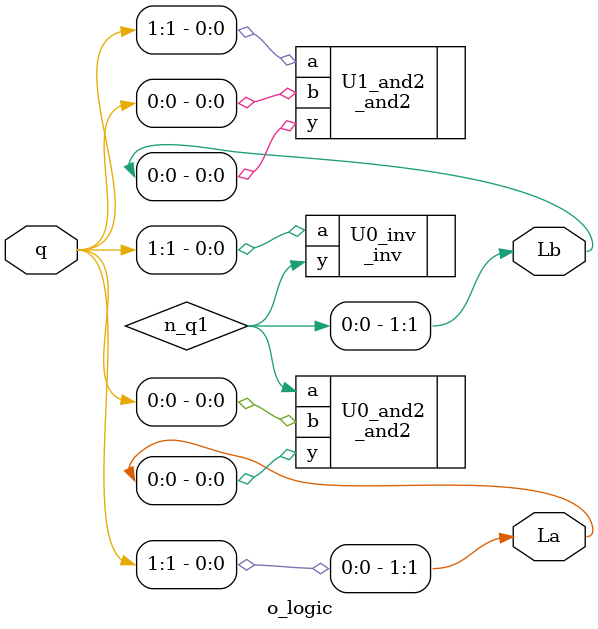
<source format=v>
module o_logic(q, La, Lb); //state output decision
input [1:0] q;
output [1:0] La, Lb;
wire n_q1;

_inv U0_inv(.a(q[1]),.y(n_q1));

assign La[1] = q[1];
_and2 U0_and2(.a(n_q1),.b(q[0]),.y(La[0])); //assign La[0]
assign Lb[1] = n_q1;
_and2 U1_and2(.a(q[1]),.b(q[0]),.y(Lb[0])); //assign Lb[0]
 
endmodule 
</source>
